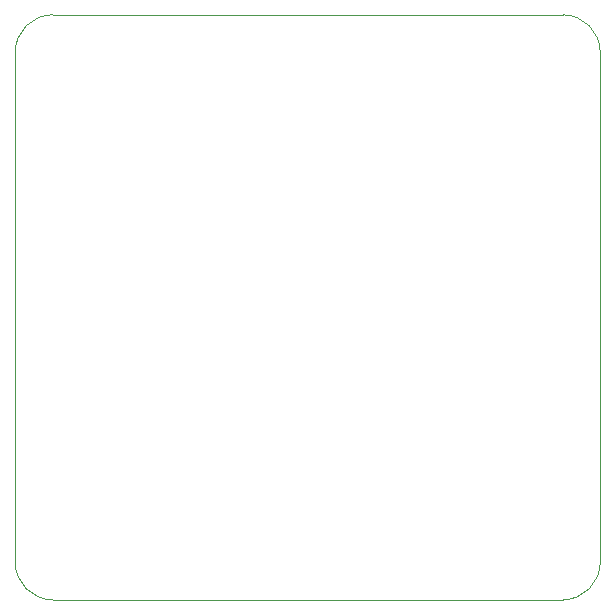
<source format=gbr>
G04 (created by PCBNEW (22-Jun-2014 BZR 4027)-stable) date Sun 25 Feb 2018 06:50:33 PM CST*
%MOIN*%
G04 Gerber Fmt 3.4, Leading zero omitted, Abs format*
%FSLAX34Y34*%
G01*
G70*
G90*
G04 APERTURE LIST*
%ADD10C,0.00590551*%
%ADD11C,0.00393701*%
G04 APERTURE END LIST*
G54D10*
G54D11*
X67500Y-49750D02*
X67500Y-66750D01*
X48000Y-49750D02*
X48000Y-66750D01*
X66250Y-68000D02*
G75*
G03X67500Y-66750I0J1250D01*
G74*
G01*
X48000Y-66750D02*
G75*
G03X49250Y-68000I1250J0D01*
G74*
G01*
X49250Y-68000D02*
X66250Y-68000D01*
X49250Y-48500D02*
G75*
G03X48000Y-49750I0J-1250D01*
G74*
G01*
X67500Y-49750D02*
G75*
G03X66250Y-48500I-1250J0D01*
G74*
G01*
X49250Y-48500D02*
X66250Y-48500D01*
M02*

</source>
